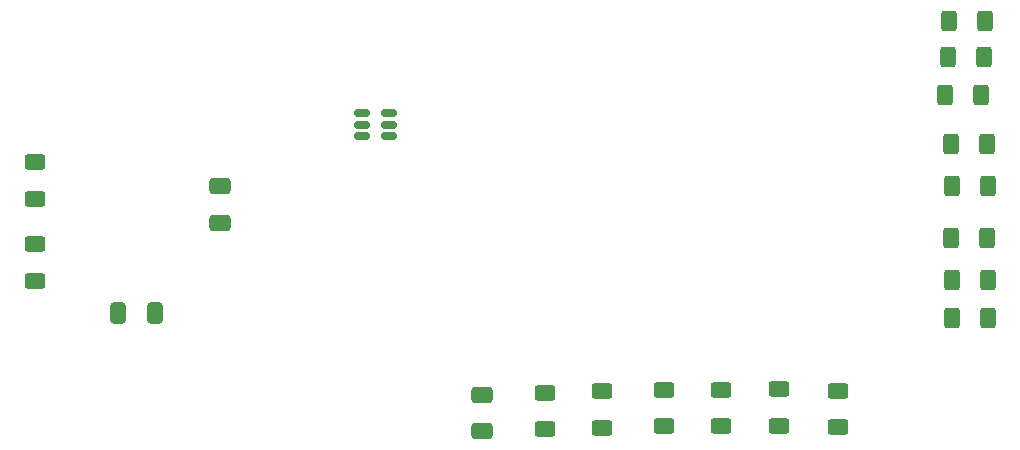
<source format=gbr>
%TF.GenerationSoftware,KiCad,Pcbnew,9.0.3*%
%TF.CreationDate,2025-12-16T11:33:00+01:00*%
%TF.ProjectId,PTP_Josip_Grgic_Project1,5054505f-4a6f-4736-9970-5f4772676963,rev?*%
%TF.SameCoordinates,Original*%
%TF.FileFunction,Paste,Top*%
%TF.FilePolarity,Positive*%
%FSLAX46Y46*%
G04 Gerber Fmt 4.6, Leading zero omitted, Abs format (unit mm)*
G04 Created by KiCad (PCBNEW 9.0.3) date 2025-12-16 11:33:00*
%MOMM*%
%LPD*%
G01*
G04 APERTURE LIST*
G04 Aperture macros list*
%AMRoundRect*
0 Rectangle with rounded corners*
0 $1 Rounding radius*
0 $2 $3 $4 $5 $6 $7 $8 $9 X,Y pos of 4 corners*
0 Add a 4 corners polygon primitive as box body*
4,1,4,$2,$3,$4,$5,$6,$7,$8,$9,$2,$3,0*
0 Add four circle primitives for the rounded corners*
1,1,$1+$1,$2,$3*
1,1,$1+$1,$4,$5*
1,1,$1+$1,$6,$7*
1,1,$1+$1,$8,$9*
0 Add four rect primitives between the rounded corners*
20,1,$1+$1,$2,$3,$4,$5,0*
20,1,$1+$1,$4,$5,$6,$7,0*
20,1,$1+$1,$6,$7,$8,$9,0*
20,1,$1+$1,$8,$9,$2,$3,0*%
G04 Aperture macros list end*
%ADD10RoundRect,0.250000X0.650000X-0.412500X0.650000X0.412500X-0.650000X0.412500X-0.650000X-0.412500X0*%
%ADD11RoundRect,0.250000X-0.400000X-0.625000X0.400000X-0.625000X0.400000X0.625000X-0.400000X0.625000X0*%
%ADD12RoundRect,0.250000X0.625000X-0.400000X0.625000X0.400000X-0.625000X0.400000X-0.625000X-0.400000X0*%
%ADD13RoundRect,0.250000X-0.412500X-0.650000X0.412500X-0.650000X0.412500X0.650000X-0.412500X0.650000X0*%
%ADD14RoundRect,0.250000X-0.625000X0.400000X-0.625000X-0.400000X0.625000X-0.400000X0.625000X0.400000X0*%
%ADD15RoundRect,0.150000X-0.512500X-0.150000X0.512500X-0.150000X0.512500X0.150000X-0.512500X0.150000X0*%
G04 APERTURE END LIST*
D10*
%TO.C,C3*%
X157025000Y-105850000D03*
X157025000Y-102725000D03*
%TD*%
D11*
%TO.C,R6*%
X196725000Y-89450000D03*
X199825000Y-89450000D03*
%TD*%
D12*
%TO.C,R12*%
X187200000Y-105500000D03*
X187200000Y-102400000D03*
%TD*%
D13*
%TO.C,C4*%
X126237500Y-95800000D03*
X129362500Y-95800000D03*
%TD*%
D11*
%TO.C,R14*%
X196825000Y-96245000D03*
X199925000Y-96245000D03*
%TD*%
D12*
%TO.C,R9*%
X172450000Y-105400000D03*
X172450000Y-102300000D03*
%TD*%
D10*
%TO.C,C5*%
X134850000Y-88175000D03*
X134850000Y-85050000D03*
%TD*%
D14*
%TO.C,R7*%
X167250000Y-102425000D03*
X167250000Y-105525000D03*
%TD*%
D11*
%TO.C,R17*%
X196475000Y-74150000D03*
X199575000Y-74150000D03*
%TD*%
D12*
%TO.C,R20*%
X119175000Y-86150000D03*
X119175000Y-83050000D03*
%TD*%
D11*
%TO.C,R18*%
X196225000Y-77400000D03*
X199325000Y-77400000D03*
%TD*%
D15*
%TO.C,U6*%
X146912500Y-78925000D03*
X146912500Y-79875000D03*
X146912500Y-80825000D03*
X149187500Y-80825000D03*
X149187500Y-79875000D03*
X149187500Y-78925000D03*
%TD*%
D12*
%TO.C,R10*%
X177300000Y-105400000D03*
X177300000Y-102300000D03*
%TD*%
D11*
%TO.C,R5*%
X196825000Y-85095000D03*
X199925000Y-85095000D03*
%TD*%
D12*
%TO.C,R13*%
X162375000Y-105675000D03*
X162375000Y-102575000D03*
%TD*%
D11*
%TO.C,R8*%
X196825000Y-92995000D03*
X199925000Y-92995000D03*
%TD*%
%TO.C,R16*%
X196725000Y-81520000D03*
X199825000Y-81520000D03*
%TD*%
%TO.C,R15*%
X196575000Y-71125000D03*
X199675000Y-71125000D03*
%TD*%
D12*
%TO.C,R11*%
X182225000Y-105350000D03*
X182225000Y-102250000D03*
%TD*%
%TO.C,R19*%
X119175000Y-93100000D03*
X119175000Y-90000000D03*
%TD*%
M02*

</source>
